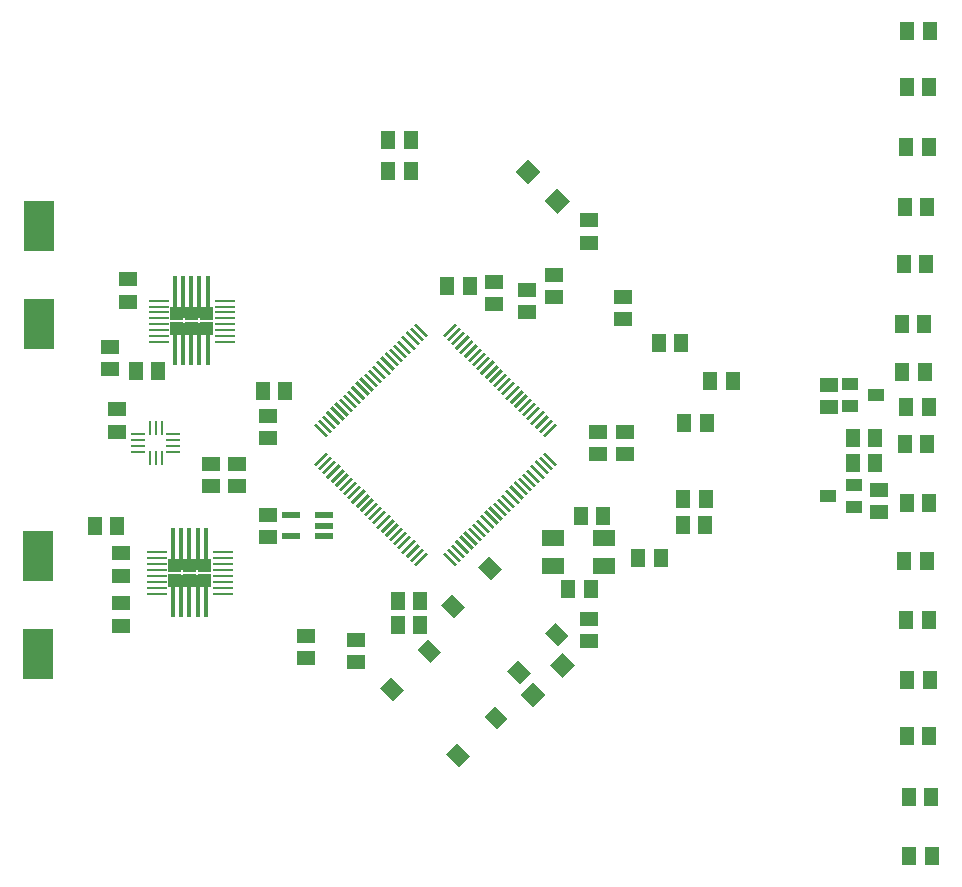
<source format=gbr>
G04 EAGLE Gerber RS-274X export*
G75*
%MOMM*%
%FSLAX34Y34*%
%LPD*%
%INSolderpaste Top*%
%IPPOS*%
%AMOC8*
5,1,8,0,0,1.08239X$1,22.5*%
G01*
%ADD10R,1.500000X1.300000*%
%ADD11R,1.300000X1.500000*%
%ADD12R,1.500000X1.500000*%
%ADD13R,1.900000X1.400000*%
%ADD14R,1.400000X1.000000*%
%ADD15R,1.300000X1.600000*%
%ADD16R,1.600000X1.300000*%
%ADD17R,1.550000X1.300000*%
%ADD18R,0.254000X1.473200*%
%ADD19R,1.778000X0.254000*%
%ADD20R,0.304800X3.556000*%
%ADD21R,2.500000X4.300000*%
%ADD22R,1.250000X0.250000*%
%ADD23R,0.250000X1.250000*%
%ADD24R,1.500000X0.500000*%

G36*
X192738Y534087D02*
X192738Y534087D01*
X192740Y534086D01*
X192783Y534106D01*
X192827Y534124D01*
X192827Y534126D01*
X192829Y534127D01*
X192862Y534212D01*
X192862Y544912D01*
X192861Y544914D01*
X192862Y544916D01*
X192842Y544959D01*
X192824Y545003D01*
X192822Y545003D01*
X192821Y545005D01*
X192736Y545038D01*
X182036Y545038D01*
X182034Y545037D01*
X182032Y545038D01*
X181989Y545018D01*
X181945Y545000D01*
X181945Y544998D01*
X181943Y544997D01*
X181910Y544912D01*
X181910Y534212D01*
X181911Y534210D01*
X181910Y534208D01*
X181930Y534165D01*
X181948Y534121D01*
X181950Y534121D01*
X181951Y534119D01*
X182036Y534086D01*
X192736Y534086D01*
X192738Y534087D01*
G37*
G36*
X218138Y534087D02*
X218138Y534087D01*
X218140Y534086D01*
X218183Y534106D01*
X218227Y534124D01*
X218227Y534126D01*
X218229Y534127D01*
X218262Y534212D01*
X218262Y544912D01*
X218261Y544914D01*
X218262Y544916D01*
X218242Y544959D01*
X218224Y545003D01*
X218222Y545003D01*
X218221Y545005D01*
X218136Y545038D01*
X207436Y545038D01*
X207434Y545037D01*
X207432Y545038D01*
X207389Y545018D01*
X207345Y545000D01*
X207345Y544998D01*
X207343Y544997D01*
X207310Y544912D01*
X207310Y534212D01*
X207311Y534210D01*
X207310Y534208D01*
X207330Y534165D01*
X207348Y534121D01*
X207350Y534121D01*
X207351Y534119D01*
X207436Y534086D01*
X218136Y534086D01*
X218138Y534087D01*
G37*
G36*
X205438Y534087D02*
X205438Y534087D01*
X205440Y534086D01*
X205483Y534106D01*
X205527Y534124D01*
X205527Y534126D01*
X205529Y534127D01*
X205562Y534212D01*
X205562Y544912D01*
X205561Y544914D01*
X205562Y544916D01*
X205542Y544959D01*
X205524Y545003D01*
X205522Y545003D01*
X205521Y545005D01*
X205436Y545038D01*
X194736Y545038D01*
X194734Y545037D01*
X194732Y545038D01*
X194689Y545018D01*
X194645Y545000D01*
X194645Y544998D01*
X194643Y544997D01*
X194610Y544912D01*
X194610Y534212D01*
X194611Y534210D01*
X194610Y534208D01*
X194630Y534165D01*
X194648Y534121D01*
X194650Y534121D01*
X194651Y534119D01*
X194736Y534086D01*
X205436Y534086D01*
X205438Y534087D01*
G37*
G36*
X218138Y521387D02*
X218138Y521387D01*
X218140Y521386D01*
X218183Y521406D01*
X218227Y521424D01*
X218227Y521426D01*
X218229Y521427D01*
X218262Y521512D01*
X218262Y532212D01*
X218261Y532214D01*
X218262Y532216D01*
X218242Y532259D01*
X218224Y532303D01*
X218222Y532303D01*
X218221Y532305D01*
X218136Y532338D01*
X207436Y532338D01*
X207434Y532337D01*
X207432Y532338D01*
X207389Y532318D01*
X207345Y532300D01*
X207345Y532298D01*
X207343Y532297D01*
X207310Y532212D01*
X207310Y521512D01*
X207311Y521510D01*
X207310Y521508D01*
X207330Y521465D01*
X207348Y521421D01*
X207350Y521421D01*
X207351Y521419D01*
X207436Y521386D01*
X218136Y521386D01*
X218138Y521387D01*
G37*
G36*
X205438Y521387D02*
X205438Y521387D01*
X205440Y521386D01*
X205483Y521406D01*
X205527Y521424D01*
X205527Y521426D01*
X205529Y521427D01*
X205562Y521512D01*
X205562Y532212D01*
X205561Y532214D01*
X205562Y532216D01*
X205542Y532259D01*
X205524Y532303D01*
X205522Y532303D01*
X205521Y532305D01*
X205436Y532338D01*
X194736Y532338D01*
X194734Y532337D01*
X194732Y532338D01*
X194689Y532318D01*
X194645Y532300D01*
X194645Y532298D01*
X194643Y532297D01*
X194610Y532212D01*
X194610Y521512D01*
X194611Y521510D01*
X194610Y521508D01*
X194630Y521465D01*
X194648Y521421D01*
X194650Y521421D01*
X194651Y521419D01*
X194736Y521386D01*
X205436Y521386D01*
X205438Y521387D01*
G37*
G36*
X192738Y521387D02*
X192738Y521387D01*
X192740Y521386D01*
X192783Y521406D01*
X192827Y521424D01*
X192827Y521426D01*
X192829Y521427D01*
X192862Y521512D01*
X192862Y532212D01*
X192861Y532214D01*
X192862Y532216D01*
X192842Y532259D01*
X192824Y532303D01*
X192822Y532303D01*
X192821Y532305D01*
X192736Y532338D01*
X182036Y532338D01*
X182034Y532337D01*
X182032Y532338D01*
X181989Y532318D01*
X181945Y532300D01*
X181945Y532298D01*
X181943Y532297D01*
X181910Y532212D01*
X181910Y521512D01*
X181911Y521510D01*
X181910Y521508D01*
X181930Y521465D01*
X181948Y521421D01*
X181950Y521421D01*
X181951Y521419D01*
X182036Y521386D01*
X192736Y521386D01*
X192738Y521387D01*
G37*
G36*
X191214Y320981D02*
X191214Y320981D01*
X191216Y320980D01*
X191259Y321000D01*
X191303Y321018D01*
X191303Y321020D01*
X191305Y321021D01*
X191338Y321106D01*
X191338Y331806D01*
X191337Y331808D01*
X191338Y331810D01*
X191318Y331853D01*
X191300Y331897D01*
X191298Y331897D01*
X191297Y331899D01*
X191212Y331932D01*
X180512Y331932D01*
X180510Y331931D01*
X180508Y331932D01*
X180465Y331912D01*
X180421Y331894D01*
X180421Y331892D01*
X180419Y331891D01*
X180386Y331806D01*
X180386Y321106D01*
X180387Y321104D01*
X180386Y321102D01*
X180406Y321059D01*
X180424Y321015D01*
X180426Y321015D01*
X180427Y321013D01*
X180512Y320980D01*
X191212Y320980D01*
X191214Y320981D01*
G37*
G36*
X216614Y320981D02*
X216614Y320981D01*
X216616Y320980D01*
X216659Y321000D01*
X216703Y321018D01*
X216703Y321020D01*
X216705Y321021D01*
X216738Y321106D01*
X216738Y331806D01*
X216737Y331808D01*
X216738Y331810D01*
X216718Y331853D01*
X216700Y331897D01*
X216698Y331897D01*
X216697Y331899D01*
X216612Y331932D01*
X205912Y331932D01*
X205910Y331931D01*
X205908Y331932D01*
X205865Y331912D01*
X205821Y331894D01*
X205821Y331892D01*
X205819Y331891D01*
X205786Y331806D01*
X205786Y321106D01*
X205787Y321104D01*
X205786Y321102D01*
X205806Y321059D01*
X205824Y321015D01*
X205826Y321015D01*
X205827Y321013D01*
X205912Y320980D01*
X216612Y320980D01*
X216614Y320981D01*
G37*
G36*
X203914Y320981D02*
X203914Y320981D01*
X203916Y320980D01*
X203959Y321000D01*
X204003Y321018D01*
X204003Y321020D01*
X204005Y321021D01*
X204038Y321106D01*
X204038Y331806D01*
X204037Y331808D01*
X204038Y331810D01*
X204018Y331853D01*
X204000Y331897D01*
X203998Y331897D01*
X203997Y331899D01*
X203912Y331932D01*
X193212Y331932D01*
X193210Y331931D01*
X193208Y331932D01*
X193165Y331912D01*
X193121Y331894D01*
X193121Y331892D01*
X193119Y331891D01*
X193086Y331806D01*
X193086Y321106D01*
X193087Y321104D01*
X193086Y321102D01*
X193106Y321059D01*
X193124Y321015D01*
X193126Y321015D01*
X193127Y321013D01*
X193212Y320980D01*
X203912Y320980D01*
X203914Y320981D01*
G37*
G36*
X191214Y308281D02*
X191214Y308281D01*
X191216Y308280D01*
X191259Y308300D01*
X191303Y308318D01*
X191303Y308320D01*
X191305Y308321D01*
X191338Y308406D01*
X191338Y319106D01*
X191337Y319108D01*
X191338Y319110D01*
X191318Y319153D01*
X191300Y319197D01*
X191298Y319197D01*
X191297Y319199D01*
X191212Y319232D01*
X180512Y319232D01*
X180510Y319231D01*
X180508Y319232D01*
X180465Y319212D01*
X180421Y319194D01*
X180421Y319192D01*
X180419Y319191D01*
X180386Y319106D01*
X180386Y308406D01*
X180387Y308404D01*
X180386Y308402D01*
X180406Y308359D01*
X180424Y308315D01*
X180426Y308315D01*
X180427Y308313D01*
X180512Y308280D01*
X191212Y308280D01*
X191214Y308281D01*
G37*
G36*
X203914Y308281D02*
X203914Y308281D01*
X203916Y308280D01*
X203959Y308300D01*
X204003Y308318D01*
X204003Y308320D01*
X204005Y308321D01*
X204038Y308406D01*
X204038Y319106D01*
X204037Y319108D01*
X204038Y319110D01*
X204018Y319153D01*
X204000Y319197D01*
X203998Y319197D01*
X203997Y319199D01*
X203912Y319232D01*
X193212Y319232D01*
X193210Y319231D01*
X193208Y319232D01*
X193165Y319212D01*
X193121Y319194D01*
X193121Y319192D01*
X193119Y319191D01*
X193086Y319106D01*
X193086Y308406D01*
X193087Y308404D01*
X193086Y308402D01*
X193106Y308359D01*
X193124Y308315D01*
X193126Y308315D01*
X193127Y308313D01*
X193212Y308280D01*
X203912Y308280D01*
X203914Y308281D01*
G37*
G36*
X216614Y308281D02*
X216614Y308281D01*
X216616Y308280D01*
X216659Y308300D01*
X216703Y308318D01*
X216703Y308320D01*
X216705Y308321D01*
X216738Y308406D01*
X216738Y319106D01*
X216737Y319108D01*
X216738Y319110D01*
X216718Y319153D01*
X216700Y319197D01*
X216698Y319197D01*
X216697Y319199D01*
X216612Y319232D01*
X205912Y319232D01*
X205910Y319231D01*
X205908Y319232D01*
X205865Y319212D01*
X205821Y319194D01*
X205821Y319192D01*
X205819Y319191D01*
X205786Y319106D01*
X205786Y308406D01*
X205787Y308404D01*
X205786Y308402D01*
X205806Y308359D01*
X205824Y308315D01*
X205826Y308315D01*
X205827Y308313D01*
X205912Y308280D01*
X216612Y308280D01*
X216614Y308281D01*
G37*
D10*
X265110Y434304D03*
X265110Y453304D03*
D11*
X279822Y474152D03*
X260822Y474152D03*
X529808Y368488D03*
X548808Y368488D03*
X519516Y306644D03*
X538516Y306644D03*
D10*
X456842Y566626D03*
X456842Y547626D03*
D11*
X393868Y276032D03*
X374868Y276032D03*
D10*
X484444Y559730D03*
X484444Y540730D03*
X137480Y458638D03*
X137480Y439638D03*
X544256Y439588D03*
X544256Y420588D03*
X567624Y439588D03*
X567624Y420588D03*
D11*
X417032Y563184D03*
X436032Y563184D03*
X393868Y296352D03*
X374868Y296352D03*
D12*
G36*
X489604Y227726D02*
X500210Y217120D01*
X489604Y206514D01*
X478998Y217120D01*
X489604Y227726D01*
G37*
G36*
X514352Y252474D02*
X524958Y241868D01*
X514352Y231262D01*
X503746Y241868D01*
X514352Y252474D01*
G37*
G36*
X495780Y659792D02*
X485174Y649186D01*
X474568Y659792D01*
X485174Y670398D01*
X495780Y659792D01*
G37*
G36*
X520528Y635044D02*
X509922Y624438D01*
X499316Y635044D01*
X509922Y645650D01*
X520528Y635044D01*
G37*
D13*
X550000Y349632D03*
X506000Y349632D03*
X506000Y325632D03*
X550000Y325632D03*
D14*
X780046Y470982D03*
X758046Y461482D03*
X758046Y480482D03*
X739298Y385488D03*
X761298Y394988D03*
X761298Y375988D03*
D15*
X825458Y229152D03*
X806458Y229152D03*
X824614Y280200D03*
X805614Y280200D03*
X822862Y330346D03*
X803862Y330346D03*
D16*
X239202Y412664D03*
X239202Y393664D03*
X216850Y412664D03*
X216850Y393664D03*
X507304Y553684D03*
X507304Y572684D03*
D15*
X824764Y379448D03*
X805764Y379448D03*
X823210Y429000D03*
X804210Y429000D03*
X821218Y489844D03*
X802218Y489844D03*
X820510Y531050D03*
X801510Y531050D03*
X827060Y80104D03*
X808060Y80104D03*
X822516Y581350D03*
X803516Y581350D03*
X823464Y630052D03*
X804464Y630052D03*
X824414Y680352D03*
X805414Y680352D03*
X824762Y731500D03*
X805762Y731500D03*
X825364Y779100D03*
X806364Y779100D03*
X824508Y460784D03*
X805508Y460784D03*
X658658Y482412D03*
X639658Y482412D03*
D16*
X537168Y599884D03*
X537168Y618884D03*
X537022Y262092D03*
X537022Y281092D03*
D15*
X636504Y447118D03*
X617504Y447118D03*
D16*
X739836Y460212D03*
X739836Y479212D03*
X782508Y390566D03*
X782508Y371566D03*
D15*
X635140Y360674D03*
X616140Y360674D03*
X578698Y332552D03*
X597698Y332552D03*
X614780Y514820D03*
X595780Y514820D03*
D16*
X566052Y553972D03*
X566052Y534972D03*
D15*
X826512Y130250D03*
X807512Y130250D03*
X824962Y181996D03*
X805962Y181996D03*
D17*
G36*
X425315Y175927D02*
X436274Y164968D01*
X427081Y155775D01*
X416122Y166734D01*
X425315Y175927D01*
G37*
G36*
X369100Y232142D02*
X380059Y221183D01*
X370866Y211990D01*
X359907Y222949D01*
X369100Y232142D01*
G37*
G36*
X457134Y207746D02*
X468093Y196787D01*
X458900Y187594D01*
X447941Y198553D01*
X457134Y207746D01*
G37*
G36*
X400919Y263961D02*
X411878Y253002D01*
X402685Y243809D01*
X391726Y254768D01*
X400919Y263961D01*
G37*
D18*
G36*
X425161Y327521D02*
X423365Y325725D01*
X412949Y336141D01*
X414745Y337937D01*
X425161Y327521D01*
G37*
G36*
X428574Y330934D02*
X426778Y329138D01*
X416362Y339554D01*
X418158Y341350D01*
X428574Y330934D01*
G37*
G36*
X432166Y334526D02*
X430370Y332730D01*
X419954Y343146D01*
X421750Y344942D01*
X432166Y334526D01*
G37*
G36*
X435758Y338118D02*
X433962Y336322D01*
X423546Y346738D01*
X425342Y348534D01*
X435758Y338118D01*
G37*
G36*
X439350Y341710D02*
X437554Y339914D01*
X427138Y350330D01*
X428934Y352126D01*
X439350Y341710D01*
G37*
G36*
X442762Y345123D02*
X440966Y343327D01*
X430550Y353743D01*
X432346Y355539D01*
X442762Y345123D01*
G37*
G36*
X446355Y348715D02*
X444559Y346919D01*
X434143Y357335D01*
X435939Y359131D01*
X446355Y348715D01*
G37*
G36*
X449947Y352307D02*
X448151Y350511D01*
X437735Y360927D01*
X439531Y362723D01*
X449947Y352307D01*
G37*
G36*
X453359Y355719D02*
X451563Y353923D01*
X441147Y364339D01*
X442943Y366135D01*
X453359Y355719D01*
G37*
G36*
X456951Y359311D02*
X455155Y357515D01*
X444739Y367931D01*
X446535Y369727D01*
X456951Y359311D01*
G37*
G36*
X460543Y362903D02*
X458747Y361107D01*
X448331Y371523D01*
X450127Y373319D01*
X460543Y362903D01*
G37*
G36*
X463956Y366316D02*
X462160Y364520D01*
X451744Y374936D01*
X453540Y376732D01*
X463956Y366316D01*
G37*
G36*
X467548Y369908D02*
X465752Y368112D01*
X455336Y378528D01*
X457132Y380324D01*
X467548Y369908D01*
G37*
G36*
X471140Y373500D02*
X469344Y371704D01*
X458928Y382120D01*
X460724Y383916D01*
X471140Y373500D01*
G37*
G36*
X474553Y376913D02*
X472757Y375117D01*
X462341Y385533D01*
X464137Y387329D01*
X474553Y376913D01*
G37*
G36*
X478145Y380505D02*
X476349Y378709D01*
X465933Y389125D01*
X467729Y390921D01*
X478145Y380505D01*
G37*
G36*
X481737Y384097D02*
X479941Y382301D01*
X469525Y392717D01*
X471321Y394513D01*
X481737Y384097D01*
G37*
G36*
X485149Y387509D02*
X483353Y385713D01*
X472937Y396129D01*
X474733Y397925D01*
X485149Y387509D01*
G37*
G36*
X488741Y391101D02*
X486945Y389305D01*
X476529Y399721D01*
X478325Y401517D01*
X488741Y391101D01*
G37*
G36*
X492333Y394694D02*
X490537Y392898D01*
X480121Y403314D01*
X481917Y405110D01*
X492333Y394694D01*
G37*
G36*
X495746Y398106D02*
X493950Y396310D01*
X483534Y406726D01*
X485330Y408522D01*
X495746Y398106D01*
G37*
G36*
X499338Y401698D02*
X497542Y399902D01*
X487126Y410318D01*
X488922Y412114D01*
X499338Y401698D01*
G37*
G36*
X502930Y405290D02*
X501134Y403494D01*
X490718Y413910D01*
X492514Y415706D01*
X502930Y405290D01*
G37*
G36*
X506522Y408882D02*
X504726Y407086D01*
X494310Y417502D01*
X496106Y419298D01*
X506522Y408882D01*
G37*
G36*
X509935Y412295D02*
X508139Y410499D01*
X497723Y420915D01*
X499519Y422711D01*
X509935Y412295D01*
G37*
G36*
X499519Y434925D02*
X497723Y436721D01*
X508139Y447137D01*
X509935Y445341D01*
X499519Y434925D01*
G37*
G36*
X496106Y438338D02*
X494310Y440134D01*
X504726Y450550D01*
X506522Y448754D01*
X496106Y438338D01*
G37*
G36*
X492514Y441930D02*
X490718Y443726D01*
X501134Y454142D01*
X502930Y452346D01*
X492514Y441930D01*
G37*
G36*
X488922Y445522D02*
X487126Y447318D01*
X497542Y457734D01*
X499338Y455938D01*
X488922Y445522D01*
G37*
G36*
X485330Y449114D02*
X483534Y450910D01*
X493950Y461326D01*
X495746Y459530D01*
X485330Y449114D01*
G37*
G36*
X481917Y452526D02*
X480121Y454322D01*
X490537Y464738D01*
X492333Y462942D01*
X481917Y452526D01*
G37*
G36*
X478325Y456119D02*
X476529Y457915D01*
X486945Y468331D01*
X488741Y466535D01*
X478325Y456119D01*
G37*
G36*
X474733Y459711D02*
X472937Y461507D01*
X483353Y471923D01*
X485149Y470127D01*
X474733Y459711D01*
G37*
G36*
X471321Y463123D02*
X469525Y464919D01*
X479941Y475335D01*
X481737Y473539D01*
X471321Y463123D01*
G37*
G36*
X467729Y466715D02*
X465933Y468511D01*
X476349Y478927D01*
X478145Y477131D01*
X467729Y466715D01*
G37*
G36*
X464137Y470307D02*
X462341Y472103D01*
X472757Y482519D01*
X474553Y480723D01*
X464137Y470307D01*
G37*
G36*
X460724Y473720D02*
X458928Y475516D01*
X469344Y485932D01*
X471140Y484136D01*
X460724Y473720D01*
G37*
G36*
X457132Y477312D02*
X455336Y479108D01*
X465752Y489524D01*
X467548Y487728D01*
X457132Y477312D01*
G37*
G36*
X453540Y480904D02*
X451744Y482700D01*
X462160Y493116D01*
X463956Y491320D01*
X453540Y480904D01*
G37*
G36*
X450127Y484317D02*
X448331Y486113D01*
X458747Y496529D01*
X460543Y494733D01*
X450127Y484317D01*
G37*
G36*
X446535Y487909D02*
X444739Y489705D01*
X455155Y500121D01*
X456951Y498325D01*
X446535Y487909D01*
G37*
G36*
X442943Y491501D02*
X441147Y493297D01*
X451563Y503713D01*
X453359Y501917D01*
X442943Y491501D01*
G37*
G36*
X439531Y494913D02*
X437735Y496709D01*
X448151Y507125D01*
X449947Y505329D01*
X439531Y494913D01*
G37*
G36*
X435939Y498505D02*
X434143Y500301D01*
X444559Y510717D01*
X446355Y508921D01*
X435939Y498505D01*
G37*
G36*
X432346Y502097D02*
X430550Y503893D01*
X440966Y514309D01*
X442762Y512513D01*
X432346Y502097D01*
G37*
G36*
X428934Y505510D02*
X427138Y507306D01*
X437554Y517722D01*
X439350Y515926D01*
X428934Y505510D01*
G37*
G36*
X425342Y509102D02*
X423546Y510898D01*
X433962Y521314D01*
X435758Y519518D01*
X425342Y509102D01*
G37*
G36*
X421750Y512694D02*
X419954Y514490D01*
X430370Y524906D01*
X432166Y523110D01*
X421750Y512694D01*
G37*
G36*
X418158Y516286D02*
X416362Y518082D01*
X426778Y528498D01*
X428574Y526702D01*
X418158Y516286D01*
G37*
G36*
X414745Y519699D02*
X412949Y521495D01*
X423365Y531911D01*
X425161Y530115D01*
X414745Y519699D01*
G37*
G36*
X400735Y521495D02*
X398939Y519699D01*
X388523Y530115D01*
X390319Y531911D01*
X400735Y521495D01*
G37*
G36*
X397322Y518082D02*
X395526Y516286D01*
X385110Y526702D01*
X386906Y528498D01*
X397322Y518082D01*
G37*
G36*
X393730Y514490D02*
X391934Y512694D01*
X381518Y523110D01*
X383314Y524906D01*
X393730Y514490D01*
G37*
G36*
X390138Y510898D02*
X388342Y509102D01*
X377926Y519518D01*
X379722Y521314D01*
X390138Y510898D01*
G37*
G36*
X386546Y507306D02*
X384750Y505510D01*
X374334Y515926D01*
X376130Y517722D01*
X386546Y507306D01*
G37*
G36*
X383134Y503893D02*
X381338Y502097D01*
X370922Y512513D01*
X372718Y514309D01*
X383134Y503893D01*
G37*
G36*
X379541Y500301D02*
X377745Y498505D01*
X367329Y508921D01*
X369125Y510717D01*
X379541Y500301D01*
G37*
G36*
X375949Y496709D02*
X374153Y494913D01*
X363737Y505329D01*
X365533Y507125D01*
X375949Y496709D01*
G37*
G36*
X372537Y493297D02*
X370741Y491501D01*
X360325Y501917D01*
X362121Y503713D01*
X372537Y493297D01*
G37*
G36*
X368945Y489705D02*
X367149Y487909D01*
X356733Y498325D01*
X358529Y500121D01*
X368945Y489705D01*
G37*
G36*
X365353Y486113D02*
X363557Y484317D01*
X353141Y494733D01*
X354937Y496529D01*
X365353Y486113D01*
G37*
G36*
X361940Y482700D02*
X360144Y480904D01*
X349728Y491320D01*
X351524Y493116D01*
X361940Y482700D01*
G37*
G36*
X358348Y479108D02*
X356552Y477312D01*
X346136Y487728D01*
X347932Y489524D01*
X358348Y479108D01*
G37*
G36*
X354756Y475516D02*
X352960Y473720D01*
X342544Y484136D01*
X344340Y485932D01*
X354756Y475516D01*
G37*
G36*
X351343Y472103D02*
X349547Y470307D01*
X339131Y480723D01*
X340927Y482519D01*
X351343Y472103D01*
G37*
G36*
X347751Y468511D02*
X345955Y466715D01*
X335539Y477131D01*
X337335Y478927D01*
X347751Y468511D01*
G37*
G36*
X344159Y464919D02*
X342363Y463123D01*
X331947Y473539D01*
X333743Y475335D01*
X344159Y464919D01*
G37*
G36*
X340747Y461507D02*
X338951Y459711D01*
X328535Y470127D01*
X330331Y471923D01*
X340747Y461507D01*
G37*
G36*
X337155Y457915D02*
X335359Y456119D01*
X324943Y466535D01*
X326739Y468331D01*
X337155Y457915D01*
G37*
G36*
X333563Y454322D02*
X331767Y452526D01*
X321351Y462942D01*
X323147Y464738D01*
X333563Y454322D01*
G37*
G36*
X330150Y450910D02*
X328354Y449114D01*
X317938Y459530D01*
X319734Y461326D01*
X330150Y450910D01*
G37*
G36*
X326558Y447318D02*
X324762Y445522D01*
X314346Y455938D01*
X316142Y457734D01*
X326558Y447318D01*
G37*
G36*
X322966Y443726D02*
X321170Y441930D01*
X310754Y452346D01*
X312550Y454142D01*
X322966Y443726D01*
G37*
G36*
X319374Y440134D02*
X317578Y438338D01*
X307162Y448754D01*
X308958Y450550D01*
X319374Y440134D01*
G37*
G36*
X315961Y436721D02*
X314165Y434925D01*
X303749Y445341D01*
X305545Y447137D01*
X315961Y436721D01*
G37*
G36*
X305545Y410499D02*
X303749Y412295D01*
X314165Y422711D01*
X315961Y420915D01*
X305545Y410499D01*
G37*
G36*
X308958Y407086D02*
X307162Y408882D01*
X317578Y419298D01*
X319374Y417502D01*
X308958Y407086D01*
G37*
G36*
X312550Y403494D02*
X310754Y405290D01*
X321170Y415706D01*
X322966Y413910D01*
X312550Y403494D01*
G37*
G36*
X316142Y399902D02*
X314346Y401698D01*
X324762Y412114D01*
X326558Y410318D01*
X316142Y399902D01*
G37*
G36*
X319734Y396310D02*
X317938Y398106D01*
X328354Y408522D01*
X330150Y406726D01*
X319734Y396310D01*
G37*
G36*
X323147Y392898D02*
X321351Y394694D01*
X331767Y405110D01*
X333563Y403314D01*
X323147Y392898D01*
G37*
G36*
X326739Y389305D02*
X324943Y391101D01*
X335359Y401517D01*
X337155Y399721D01*
X326739Y389305D01*
G37*
G36*
X330331Y385713D02*
X328535Y387509D01*
X338951Y397925D01*
X340747Y396129D01*
X330331Y385713D01*
G37*
G36*
X333743Y382301D02*
X331947Y384097D01*
X342363Y394513D01*
X344159Y392717D01*
X333743Y382301D01*
G37*
G36*
X337335Y378709D02*
X335539Y380505D01*
X345955Y390921D01*
X347751Y389125D01*
X337335Y378709D01*
G37*
G36*
X340927Y375117D02*
X339131Y376913D01*
X349547Y387329D01*
X351343Y385533D01*
X340927Y375117D01*
G37*
G36*
X344340Y371704D02*
X342544Y373500D01*
X352960Y383916D01*
X354756Y382120D01*
X344340Y371704D01*
G37*
G36*
X347932Y368112D02*
X346136Y369908D01*
X356552Y380324D01*
X358348Y378528D01*
X347932Y368112D01*
G37*
G36*
X351524Y364520D02*
X349728Y366316D01*
X360144Y376732D01*
X361940Y374936D01*
X351524Y364520D01*
G37*
G36*
X354937Y361107D02*
X353141Y362903D01*
X363557Y373319D01*
X365353Y371523D01*
X354937Y361107D01*
G37*
G36*
X358529Y357515D02*
X356733Y359311D01*
X367149Y369727D01*
X368945Y367931D01*
X358529Y357515D01*
G37*
G36*
X362121Y353923D02*
X360325Y355719D01*
X370741Y366135D01*
X372537Y364339D01*
X362121Y353923D01*
G37*
G36*
X365533Y350511D02*
X363737Y352307D01*
X374153Y362723D01*
X375949Y360927D01*
X365533Y350511D01*
G37*
G36*
X369125Y346919D02*
X367329Y348715D01*
X377745Y359131D01*
X379541Y357335D01*
X369125Y346919D01*
G37*
G36*
X372718Y343327D02*
X370922Y345123D01*
X381338Y355539D01*
X383134Y353743D01*
X372718Y343327D01*
G37*
G36*
X376130Y339914D02*
X374334Y341710D01*
X384750Y352126D01*
X386546Y350330D01*
X376130Y339914D01*
G37*
G36*
X379722Y336322D02*
X377926Y338118D01*
X388342Y348534D01*
X390138Y346738D01*
X379722Y336322D01*
G37*
G36*
X383314Y332730D02*
X381518Y334526D01*
X391934Y344942D01*
X393730Y343146D01*
X383314Y332730D01*
G37*
G36*
X386906Y329138D02*
X385110Y330934D01*
X395526Y341350D01*
X397322Y339554D01*
X386906Y329138D01*
G37*
G36*
X390319Y325725D02*
X388523Y327521D01*
X398939Y337937D01*
X400735Y336141D01*
X390319Y325725D01*
G37*
D17*
G36*
X476831Y246239D02*
X487790Y235280D01*
X478597Y226087D01*
X467638Y237046D01*
X476831Y246239D01*
G37*
G36*
X420616Y302454D02*
X431575Y291495D01*
X422382Y282302D01*
X411423Y293261D01*
X420616Y302454D01*
G37*
G36*
X508650Y278058D02*
X519609Y267099D01*
X510416Y257906D01*
X499457Y268865D01*
X508650Y278058D01*
G37*
G36*
X452435Y334273D02*
X463394Y323314D01*
X454201Y314121D01*
X443242Y325080D01*
X452435Y334273D01*
G37*
D19*
X228666Y515712D03*
X228666Y520712D03*
X228666Y525712D03*
X228666Y530712D03*
X228666Y535712D03*
X228666Y540712D03*
X228666Y545712D03*
X228666Y550712D03*
D20*
X214086Y553792D03*
X207086Y553792D03*
X200086Y553792D03*
X193086Y553792D03*
X186086Y553792D03*
D19*
X172522Y550712D03*
X172522Y545712D03*
X172522Y540712D03*
X172522Y535712D03*
X172522Y530712D03*
X172522Y525712D03*
X172522Y520712D03*
X172522Y515712D03*
D20*
X186086Y513648D03*
X193086Y513648D03*
X200086Y513648D03*
X207086Y513648D03*
X214086Y513648D03*
D10*
X146492Y568620D03*
X146492Y549620D03*
D11*
X171994Y491048D03*
X152994Y491048D03*
D10*
X131252Y511724D03*
X131252Y492724D03*
D21*
X70800Y530828D03*
X70800Y613828D03*
D19*
X227142Y302606D03*
X227142Y307606D03*
X227142Y312606D03*
X227142Y317606D03*
X227142Y322606D03*
X227142Y327606D03*
X227142Y332606D03*
X227142Y337606D03*
D20*
X212562Y340686D03*
X205562Y340686D03*
X198562Y340686D03*
X191562Y340686D03*
X184562Y340686D03*
D19*
X170998Y337606D03*
X170998Y332606D03*
X170998Y327606D03*
X170998Y322606D03*
X170998Y317606D03*
X170998Y312606D03*
X170998Y307606D03*
X170998Y302606D03*
D20*
X184562Y300542D03*
X191562Y300542D03*
X198562Y300542D03*
X205562Y300542D03*
X212562Y300542D03*
D11*
X137450Y359476D03*
X118450Y359476D03*
D10*
X140396Y275554D03*
X140396Y294554D03*
X140650Y317718D03*
X140650Y336718D03*
D15*
X635596Y382332D03*
X616596Y382332D03*
D11*
X779308Y434152D03*
X760308Y434152D03*
X779308Y412816D03*
X760308Y412816D03*
D21*
X70104Y251108D03*
X70104Y334108D03*
D15*
X385876Y686512D03*
X366876Y686512D03*
X385876Y660072D03*
X366876Y660072D03*
D16*
X297288Y248108D03*
X297288Y267108D03*
X339960Y244340D03*
X339960Y263340D03*
D22*
X185000Y422500D03*
X185000Y427500D03*
X185000Y432500D03*
X185000Y437500D03*
D23*
X175000Y442500D03*
X170000Y442500D03*
X165000Y442500D03*
D22*
X155000Y437500D03*
X155000Y432500D03*
X155000Y427500D03*
X155000Y422500D03*
D23*
X165000Y417500D03*
X170000Y417500D03*
X175000Y417500D03*
D24*
X312500Y351000D03*
X312500Y360000D03*
X312500Y369000D03*
X284500Y369000D03*
X284500Y351000D03*
D10*
X265176Y369164D03*
X265176Y350164D03*
M02*

</source>
